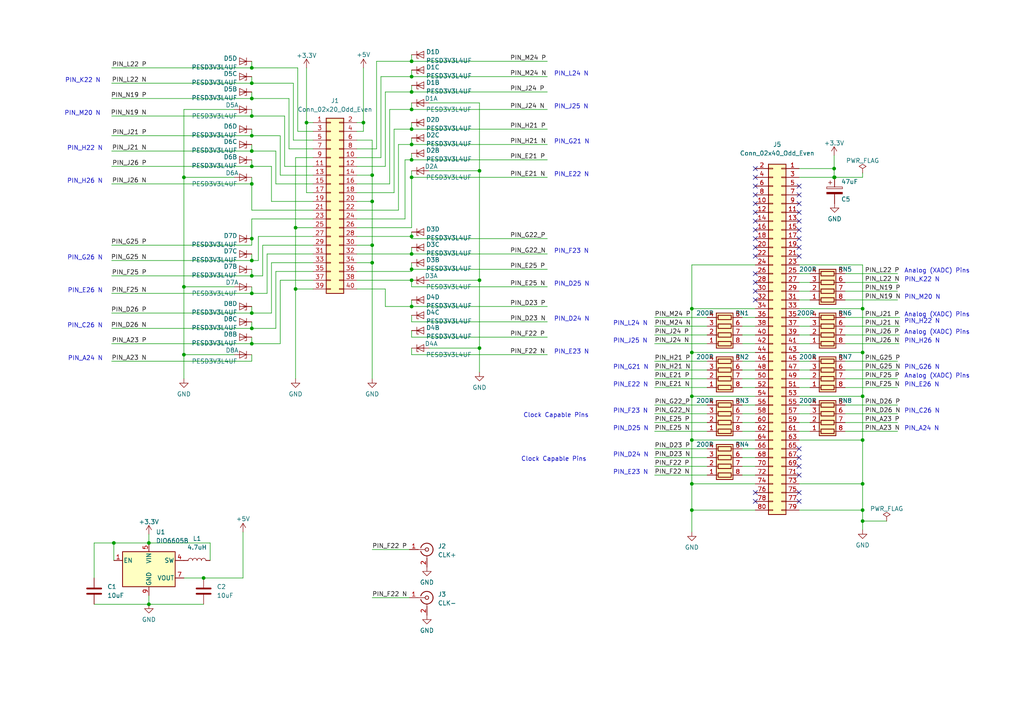
<source format=kicad_sch>
(kicad_sch (version 20211123) (generator eeschema)
  (paper "A4")
  (junction (at 119.38 51.435))
  (junction (at 73.025 69.215))
  (junction (at 73.025 28.575))
  (junction (at 119.38 78.105))
  (junction (at 73.025 39.37))
  (junction (at 73.025 53.34))
  (junction (at 33.02 157.48))
  (junction (at 139.065 100.965))
  (junction (at 59.055 167.64))
  (junction (at 200.66 114.935))
  (junction (at 105.41 35.56))
  (junction (at 241.935 48.895))
  (junction (at 73.025 24.13))
  (junction (at 85.725 66.04))
  (junction (at 107.95 71.12))
  (junction (at 250.19 127.635))
  (junction (at 200.66 102.235))
  (junction (at 53.34 102.87))
  (junction (at 119.38 81.28))
  (junction (at 119.38 46.355))
  (junction (at 119.38 73.66))
  (junction (at 250.19 147.955))
  (junction (at 53.34 51.435))
  (junction (at 53.34 83.185))
  (junction (at 107.95 76.2))
  (junction (at 85.725 83.82))
  (junction (at 73.025 90.805))
  (junction (at 200.66 127.635))
  (junction (at 250.19 89.535))
  (junction (at 119.38 41.91))
  (junction (at 119.38 17.78))
  (junction (at 73.025 95.25))
  (junction (at 73.025 19.685))
  (junction (at 250.19 151.13))
  (junction (at 250.19 102.235))
  (junction (at 200.66 147.955))
  (junction (at 119.38 37.465))
  (junction (at 250.19 140.335))
  (junction (at 242.062 51.435))
  (junction (at 107.95 50.8))
  (junction (at 119.38 26.67))
  (junction (at 88.9 35.56))
  (junction (at 119.38 68.58))
  (junction (at 73.025 75.565))
  (junction (at 73.025 99.695))
  (junction (at 119.38 88.9))
  (junction (at 250.19 114.935))
  (junction (at 73.025 85.09))
  (junction (at 139.065 49.53))
  (junction (at 200.66 89.535))
  (junction (at 139.065 81.28))
  (junction (at 73.025 48.26))
  (junction (at 241.935 51.435))
  (junction (at 73.025 43.815))
  (junction (at 73.025 80.01))
  (junction (at 73.025 33.655))
  (junction (at 119.38 22.225))
  (junction (at 107.95 58.42))
  (junction (at 43.18 175.26))
  (junction (at 43.18 157.48))
  (junction (at 119.38 31.75))
  (junction (at 200.66 140.335))
  (no_connect (at 219.075 79.375))
  (no_connect (at 219.075 81.915))
  (no_connect (at 219.075 84.455))
  (no_connect (at 219.075 86.995))
  (no_connect (at 219.075 142.875))
  (no_connect (at 219.075 145.415))
  (no_connect (at 231.775 64.135))
  (no_connect (at 231.775 66.675))
  (no_connect (at 231.775 74.295))
  (no_connect (at 231.775 71.755))
  (no_connect (at 231.775 69.215))
  (no_connect (at 231.775 142.875))
  (no_connect (at 231.775 145.415))
  (no_connect (at 231.775 137.795))
  (no_connect (at 219.075 59.055))
  (no_connect (at 219.075 51.435))
  (no_connect (at 219.075 48.895))
  (no_connect (at 219.075 61.595))
  (no_connect (at 219.075 53.975))
  (no_connect (at 219.075 56.515))
  (no_connect (at 219.075 66.675))
  (no_connect (at 219.075 64.135))
  (no_connect (at 219.075 71.755))
  (no_connect (at 219.075 69.215))
  (no_connect (at 231.775 135.255))
  (no_connect (at 231.775 132.715))
  (no_connect (at 231.775 130.175))
  (no_connect (at 231.775 61.595))
  (no_connect (at 231.775 53.975))
  (no_connect (at 231.775 59.055))
  (no_connect (at 231.775 56.515))
  (no_connect (at 219.075 74.295))
  (wire (pts (xy 105.41 35.56) (xy 105.41 38.1)))
  (wire (pts (xy 103.505 71.12) (xy 107.95 71.12)))
  (wire (pts (xy 250.19 89.535) (xy 250.19 102.235)))
  (wire (pts (xy 119.38 46.355) (xy 158.75 46.355)))
  (wire (pts (xy 250.19 50.165) (xy 250.19 51.435)))
  (wire (pts (xy 73.025 17.78) (xy 73.025 19.685)))
  (wire (pts (xy 250.19 151.13) (xy 257.175 151.13)))
  (wire (pts (xy 245.11 107.315) (xy 260.35 107.315)))
  (wire (pts (xy 90.805 50.8) (xy 81.28 50.8)))
  (wire (pts (xy 73.025 24.13) (xy 32.385 24.13)))
  (wire (pts (xy 73.025 93.345) (xy 73.025 95.25)))
  (wire (pts (xy 119.38 35.56) (xy 119.38 37.465)))
  (wire (pts (xy 80.01 78.74) (xy 80.01 95.25)))
  (wire (pts (xy 245.11 104.775) (xy 260.35 104.775)))
  (wire (pts (xy 78.74 58.42) (xy 78.74 48.26)))
  (wire (pts (xy 189.865 109.855) (xy 205.105 109.855)))
  (wire (pts (xy 103.505 63.5) (xy 117.475 63.5)))
  (wire (pts (xy 119.38 95.885) (xy 119.38 97.79)))
  (wire (pts (xy 27.305 167.64) (xy 27.305 157.48)))
  (wire (pts (xy 231.775 89.535) (xy 250.19 89.535)))
  (wire (pts (xy 73.025 104.775) (xy 32.385 104.775)))
  (wire (pts (xy 189.865 97.155) (xy 205.105 97.155)))
  (wire (pts (xy 119.38 86.995) (xy 119.38 88.9)))
  (wire (pts (xy 82.55 48.26) (xy 82.55 33.655)))
  (wire (pts (xy 231.775 114.935) (xy 250.19 114.935)))
  (wire (pts (xy 67.945 51.435) (xy 53.34 51.435)))
  (wire (pts (xy 231.775 99.695) (xy 234.95 99.695)))
  (wire (pts (xy 250.19 147.955) (xy 250.19 151.13)))
  (wire (pts (xy 103.505 58.42) (xy 107.95 58.42)))
  (wire (pts (xy 60.96 157.48) (xy 43.18 157.48)))
  (wire (pts (xy 124.46 81.28) (xy 139.065 81.28)))
  (wire (pts (xy 27.305 175.26) (xy 43.18 175.26)))
  (wire (pts (xy 231.775 51.435) (xy 241.935 51.435)))
  (wire (pts (xy 103.505 48.26) (xy 111.76 48.26)))
  (wire (pts (xy 215.265 109.855) (xy 219.075 109.855)))
  (wire (pts (xy 119.38 37.465) (xy 158.75 37.465)))
  (wire (pts (xy 107.95 50.8) (xy 107.95 58.42)))
  (wire (pts (xy 33.02 157.48) (xy 43.18 157.48)))
  (wire (pts (xy 215.265 94.615) (xy 219.075 94.615)))
  (wire (pts (xy 81.28 99.695) (xy 73.025 99.695)))
  (wire (pts (xy 90.805 55.88) (xy 88.9 55.88)))
  (wire (pts (xy 90.805 58.42) (xy 78.74 58.42)))
  (wire (pts (xy 119.38 66.04) (xy 119.38 51.435)))
  (wire (pts (xy 105.41 19.685) (xy 105.41 35.56)))
  (wire (pts (xy 90.805 43.18) (xy 83.82 43.18)))
  (wire (pts (xy 73.025 53.34) (xy 32.385 53.34)))
  (wire (pts (xy 109.22 17.78) (xy 119.38 17.78)))
  (wire (pts (xy 245.11 112.395) (xy 260.35 112.395)))
  (wire (pts (xy 88.9 19.685) (xy 88.9 35.56)))
  (wire (pts (xy 189.865 92.075) (xy 205.105 92.075)))
  (wire (pts (xy 124.46 100.965) (xy 139.065 100.965)))
  (wire (pts (xy 73.025 33.655) (xy 32.385 33.655)))
  (wire (pts (xy 189.865 94.615) (xy 205.105 94.615)))
  (wire (pts (xy 73.025 97.79) (xy 73.025 99.695)))
  (wire (pts (xy 73.025 102.87) (xy 73.025 104.775)))
  (wire (pts (xy 231.775 97.155) (xy 234.95 97.155)))
  (wire (pts (xy 111.76 83.82) (xy 111.76 88.9)))
  (wire (pts (xy 107.95 40.64) (xy 107.95 50.8)))
  (wire (pts (xy 82.55 33.655) (xy 73.025 33.655)))
  (wire (pts (xy 73.025 48.26) (xy 32.385 48.26)))
  (wire (pts (xy 231.775 48.895) (xy 241.935 48.895)))
  (wire (pts (xy 231.775 125.095) (xy 234.95 125.095)))
  (wire (pts (xy 231.775 147.955) (xy 250.19 147.955)))
  (wire (pts (xy 119.38 15.875) (xy 119.38 17.78)))
  (wire (pts (xy 86.36 38.1) (xy 86.36 19.685)))
  (wire (pts (xy 85.725 83.82) (xy 90.805 83.82)))
  (wire (pts (xy 70.485 154.305) (xy 70.485 167.64)))
  (wire (pts (xy 231.775 140.335) (xy 250.19 140.335)))
  (wire (pts (xy 250.19 140.335) (xy 250.19 147.955)))
  (wire (pts (xy 113.03 31.75) (xy 119.38 31.75)))
  (wire (pts (xy 85.09 40.64) (xy 85.09 24.13)))
  (wire (pts (xy 67.945 31.75) (xy 53.34 31.75)))
  (wire (pts (xy 119.38 49.53) (xy 119.38 51.435)))
  (wire (pts (xy 189.865 122.555) (xy 205.105 122.555)))
  (wire (pts (xy 73.025 71.12) (xy 32.385 71.12)))
  (wire (pts (xy 200.66 127.635) (xy 219.075 127.635)))
  (wire (pts (xy 189.865 125.095) (xy 205.105 125.095)))
  (wire (pts (xy 78.74 76.2) (xy 78.74 90.805)))
  (wire (pts (xy 215.265 125.095) (xy 219.075 125.095)))
  (wire (pts (xy 200.66 140.335) (xy 219.075 140.335)))
  (wire (pts (xy 110.49 22.225) (xy 119.38 22.225)))
  (wire (pts (xy 81.28 50.8) (xy 81.28 39.37)))
  (wire (pts (xy 73.025 53.34) (xy 73.025 60.96)))
  (wire (pts (xy 73.025 69.215) (xy 73.025 71.12)))
  (wire (pts (xy 119.38 97.79) (xy 158.75 97.79)))
  (wire (pts (xy 200.66 114.935) (xy 200.66 127.635)))
  (wire (pts (xy 119.38 71.755) (xy 119.38 73.66)))
  (wire (pts (xy 245.11 92.075) (xy 260.985 92.075)))
  (wire (pts (xy 189.865 137.795) (xy 205.105 137.795)))
  (wire (pts (xy 33.02 157.48) (xy 33.02 162.56)))
  (wire (pts (xy 250.19 114.935) (xy 250.19 127.635)))
  (wire (pts (xy 53.34 102.87) (xy 53.34 109.855)))
  (wire (pts (xy 103.505 66.04) (xy 119.38 66.04)))
  (wire (pts (xy 245.11 79.375) (xy 260.35 79.375)))
  (wire (pts (xy 189.865 99.695) (xy 205.105 99.695)))
  (wire (pts (xy 200.66 114.935) (xy 219.075 114.935)))
  (wire (pts (xy 73.025 41.91) (xy 73.025 43.815)))
  (wire (pts (xy 103.505 83.82) (xy 111.76 83.82)))
  (wire (pts (xy 119.38 102.87) (xy 158.75 102.87)))
  (wire (pts (xy 231.775 102.235) (xy 250.19 102.235)))
  (wire (pts (xy 81.28 81.28) (xy 81.28 99.695)))
  (wire (pts (xy 107.95 58.42) (xy 107.95 71.12)))
  (wire (pts (xy 90.805 48.26) (xy 82.55 48.26)))
  (wire (pts (xy 241.935 45.085) (xy 241.935 48.895)))
  (wire (pts (xy 200.66 102.235) (xy 200.66 114.935)))
  (wire (pts (xy 107.95 76.2) (xy 107.95 109.855)))
  (wire (pts (xy 86.36 19.685) (xy 73.025 19.685)))
  (wire (pts (xy 215.265 104.775) (xy 219.075 104.775)))
  (wire (pts (xy 103.505 76.2) (xy 107.95 76.2)))
  (wire (pts (xy 76.2 71.12) (xy 76.2 80.01)))
  (wire (pts (xy 115.57 60.96) (xy 115.57 41.91)))
  (wire (pts (xy 231.775 81.915) (xy 234.95 81.915)))
  (wire (pts (xy 215.265 130.175) (xy 219.075 130.175)))
  (wire (pts (xy 73.025 90.805) (xy 32.385 90.805)))
  (wire (pts (xy 189.865 120.015) (xy 205.105 120.015)))
  (wire (pts (xy 245.11 84.455) (xy 260.35 84.455)))
  (wire (pts (xy 73.025 80.01) (xy 32.385 80.01)))
  (wire (pts (xy 119.38 69.215) (xy 158.75 69.215)))
  (wire (pts (xy 73.025 31.75) (xy 73.025 33.655)))
  (wire (pts (xy 231.775 84.455) (xy 234.95 84.455)))
  (wire (pts (xy 103.505 53.34) (xy 113.03 53.34)))
  (wire (pts (xy 231.775 92.075) (xy 234.95 92.075)))
  (wire (pts (xy 73.025 95.25) (xy 32.385 95.25)))
  (wire (pts (xy 117.475 46.355) (xy 119.38 46.355)))
  (wire (pts (xy 90.805 38.1) (xy 86.36 38.1)))
  (wire (pts (xy 78.74 48.26) (xy 73.025 48.26)))
  (wire (pts (xy 231.775 117.475) (xy 234.95 117.475)))
  (wire (pts (xy 114.3 37.465) (xy 119.38 37.465)))
  (wire (pts (xy 53.34 31.75) (xy 53.34 51.435)))
  (wire (pts (xy 250.19 102.235) (xy 250.19 114.935)))
  (wire (pts (xy 119.38 91.44) (xy 119.38 93.345)))
  (wire (pts (xy 83.82 43.18) (xy 83.82 28.575)))
  (wire (pts (xy 73.025 83.185) (xy 73.025 85.09)))
  (wire (pts (xy 245.11 86.995) (xy 260.35 86.995)))
  (wire (pts (xy 119.38 29.845) (xy 119.38 31.75)))
  (wire (pts (xy 231.775 76.835) (xy 250.19 76.835)))
  (wire (pts (xy 124.46 49.53) (xy 139.065 49.53)))
  (wire (pts (xy 90.805 63.5) (xy 73.025 63.5)))
  (wire (pts (xy 215.265 112.395) (xy 219.075 112.395)))
  (wire (pts (xy 103.505 81.28) (xy 119.38 81.28)))
  (wire (pts (xy 73.025 75.565) (xy 32.385 75.565)))
  (wire (pts (xy 245.11 99.695) (xy 260.7966 99.695)))
  (wire (pts (xy 200.66 147.955) (xy 200.66 154.305)))
  (wire (pts (xy 73.025 73.66) (xy 73.025 75.565)))
  (wire (pts (xy 119.38 78.74) (xy 119.38 78.105)))
  (wire (pts (xy 189.865 130.175) (xy 205.105 130.175)))
  (wire (pts (xy 215.265 92.075) (xy 219.075 92.075)))
  (wire (pts (xy 110.49 45.72) (xy 110.49 22.225)))
  (wire (pts (xy 200.66 76.835) (xy 200.66 89.535)))
  (wire (pts (xy 119.38 51.435) (xy 158.75 51.435)))
  (wire (pts (xy 119.38 40.005) (xy 119.38 41.91)))
  (wire (pts (xy 73.025 37.465) (xy 73.025 39.37)))
  (wire (pts (xy 189.865 104.775) (xy 205.105 104.775)))
  (wire (pts (xy 245.11 94.615) (xy 260.985 94.615)))
  (wire (pts (xy 90.805 60.96) (xy 73.025 60.96)))
  (wire (pts (xy 119.38 81.28) (xy 119.38 83.185)))
  (wire (pts (xy 250.19 151.13) (xy 250.19 153.67)))
  (wire (pts (xy 245.11 109.855) (xy 260.35 109.855)))
  (wire (pts (xy 245.11 122.555) (xy 260.35 122.555)))
  (wire (pts (xy 103.505 50.8) (xy 107.95 50.8)))
  (wire (pts (xy 119.38 100.965) (xy 119.38 102.87)))
  (wire (pts (xy 200.66 140.335) (xy 200.66 147.955)))
  (wire (pts (xy 103.505 38.1) (xy 105.41 38.1)))
  (wire (pts (xy 90.805 71.12) (xy 76.2 71.12)))
  (wire (pts (xy 215.265 117.475) (xy 219.075 117.475)))
  (wire (pts (xy 250.19 127.635) (xy 250.19 140.335)))
  (wire (pts (xy 119.38 73.66) (xy 158.75 73.66)))
  (wire (pts (xy 114.3 55.88) (xy 114.3 37.465)))
  (wire (pts (xy 103.505 60.96) (xy 115.57 60.96)))
  (wire (pts (xy 119.38 78.105) (xy 158.75 78.105)))
  (wire (pts (xy 74.93 68.58) (xy 74.93 75.565)))
  (wire (pts (xy 111.76 26.67) (xy 119.38 26.67)))
  (wire (pts (xy 200.66 147.955) (xy 219.075 147.955)))
  (wire (pts (xy 90.805 35.56) (xy 88.9 35.56)))
  (wire (pts (xy 215.265 122.555) (xy 219.075 122.555)))
  (wire (pts (xy 90.805 73.66) (xy 77.47 73.66)))
  (wire (pts (xy 111.76 88.9) (xy 119.38 88.9)))
  (wire (pts (xy 73.025 85.09) (xy 32.385 85.09)))
  (wire (pts (xy 53.34 51.435) (xy 53.34 83.185)))
  (wire (pts (xy 80.01 43.815) (xy 73.025 43.815)))
  (wire (pts (xy 78.74 90.805) (xy 73.025 90.805)))
  (wire (pts (xy 231.775 86.995) (xy 234.95 86.995)))
  (wire (pts (xy 119.38 68.58) (xy 119.38 69.215)))
  (wire (pts (xy 73.025 26.67) (xy 73.025 28.575)))
  (wire (pts (xy 231.775 94.615) (xy 234.95 94.615)))
  (wire (pts (xy 119.38 76.2) (xy 119.38 78.105)))
  (wire (pts (xy 215.265 99.695) (xy 219.075 99.695)))
  (wire (pts (xy 90.805 45.72) (xy 85.725 45.72)))
  (wire (pts (xy 67.945 83.185) (xy 53.34 83.185)))
  (wire (pts (xy 241.935 51.435) (xy 242.062 51.435)))
  (wire (pts (xy 85.725 45.72) (xy 85.725 66.04)))
  (wire (pts (xy 73.025 19.685) (xy 32.385 19.685)))
  (wire (pts (xy 119.38 93.345) (xy 158.75 93.345)))
  (wire (pts (xy 90.805 76.2) (xy 78.74 76.2)))
  (wire (pts (xy 215.265 97.155) (xy 219.075 97.155)))
  (wire (pts (xy 90.805 78.74) (xy 80.01 78.74)))
  (wire (pts (xy 74.93 75.565) (xy 73.025 75.565)))
  (wire (pts (xy 73.025 22.225) (xy 73.025 24.13)))
  (wire (pts (xy 90.805 40.64) (xy 85.09 40.64)))
  (wire (pts (xy 80.01 95.25) (xy 73.025 95.25)))
  (wire (pts (xy 43.18 175.26) (xy 59.055 175.26)))
  (wire (pts (xy 139.065 49.53) (xy 139.065 81.28)))
  (wire (pts (xy 119.38 24.765) (xy 119.38 26.67)))
  (wire (pts (xy 103.505 40.64) (xy 107.95 40.64)))
  (wire (pts (xy 119.38 22.225) (xy 158.75 22.225)))
  (wire (pts (xy 73.025 51.435) (xy 73.025 53.34)))
  (wire (pts (xy 215.265 135.255) (xy 219.075 135.255)))
  (wire (pts (xy 81.28 39.37) (xy 73.025 39.37)))
  (wire (pts (xy 77.47 85.09) (xy 73.025 85.09)))
  (wire (pts (xy 245.11 120.015) (xy 260.35 120.015)))
  (wire (pts (xy 200.66 102.235) (xy 219.075 102.235)))
  (wire (pts (xy 231.775 104.775) (xy 234.95 104.775)))
  (wire (pts (xy 231.775 109.855) (xy 234.95 109.855)))
  (wire (pts (xy 119.38 83.185) (xy 158.75 83.185)))
  (wire (pts (xy 189.865 135.255) (xy 205.105 135.255)))
  (wire (pts (xy 103.505 43.18) (xy 109.22 43.18)))
  (wire (pts (xy 215.265 132.715) (xy 219.075 132.715)))
  (wire (pts (xy 107.95 71.12) (xy 107.95 76.2)))
  (wire (pts (xy 189.865 117.475) (xy 205.105 117.475)))
  (wire (pts (xy 200.66 89.535) (xy 200.66 102.235)))
  (wire (pts (xy 85.09 24.13) (xy 73.025 24.13)))
  (wire (pts (xy 60.96 162.56) (xy 60.96 157.48)))
  (wire (pts (xy 73.025 39.37) (xy 32.385 39.37)))
  (wire (pts (xy 76.2 80.01) (xy 73.025 80.01)))
  (wire (pts (xy 90.805 81.28) (xy 81.28 81.28)))
  (wire (pts (xy 73.025 28.575) (xy 32.385 28.575)))
  (wire (pts (xy 109.22 43.18) (xy 109.22 17.78)))
  (wire (pts (xy 80.01 53.34) (xy 80.01 43.815)))
  (wire (pts (xy 90.805 68.58) (xy 74.93 68.58)))
  (wire (pts (xy 85.725 83.82) (xy 85.725 109.855)))
  (wire (pts (xy 103.505 78.74) (xy 119.38 78.74)))
  (wire (pts (xy 103.505 45.72) (xy 110.49 45.72)))
  (wire (pts (xy 85.725 66.04) (xy 85.725 83.82)))
  (wire (pts (xy 73.025 88.9) (xy 73.025 90.805)))
  (wire (pts (xy 200.66 76.835) (xy 219.075 76.835)))
  (wire (pts (xy 43.18 172.72) (xy 43.18 175.26)))
  (wire (pts (xy 119.38 41.91) (xy 158.75 41.91)))
  (wire (pts (xy 90.805 53.34) (xy 80.01 53.34)))
  (wire (pts (xy 103.505 35.56) (xy 105.41 35.56)))
  (wire (pts (xy 200.66 127.635) (xy 200.66 140.335)))
  (wire (pts (xy 103.505 55.88) (xy 114.3 55.88)))
  (wire (pts (xy 242.062 51.435) (xy 250.19 51.435)))
  (wire (pts (xy 73.025 46.355) (xy 73.025 48.26)))
  (wire (pts (xy 139.065 81.28) (xy 139.065 100.965)))
  (wire (pts (xy 103.505 73.66) (xy 119.38 73.66)))
  (wire (pts (xy 200.66 89.535) (xy 219.075 89.535)))
  (wire (pts (xy 73.025 43.815) (xy 32.385 43.815)))
  (wire (pts (xy 245.11 117.475) (xy 260.35 117.475)))
  (wire (pts (xy 119.38 88.9) (xy 158.75 88.9)))
  (wire (pts (xy 231.775 107.315) (xy 234.95 107.315)))
  (wire (pts (xy 115.57 41.91) (xy 119.38 41.91)))
  (wire (pts (xy 103.505 68.58) (xy 119.38 68.58)))
  (wire (pts (xy 119.38 17.78) (xy 158.75 17.78)))
  (wire (pts (xy 231.775 79.375) (xy 234.95 79.375)))
  (wire (pts (xy 59.055 167.64) (xy 70.485 167.64)))
  (wire (pts (xy 67.945 102.87) (xy 53.34 102.87)))
  (wire (pts (xy 111.76 48.26) (xy 111.76 26.67)))
  (wire (pts (xy 231.775 127.635) (xy 250.19 127.635)))
  (wire (pts (xy 215.265 137.795) (xy 219.075 137.795)))
  (wire (pts (xy 231.775 112.395) (xy 234.95 112.395)))
  (wire (pts (xy 231.775 122.555) (xy 234.95 122.555)))
  (wire (pts (xy 73.025 63.5) (xy 73.025 69.215)))
  (wire (pts (xy 215.265 107.315) (xy 219.075 107.315)))
  (wire (pts (xy 245.11 97.155) (xy 260.9098 97.155)))
  (wire (pts (xy 43.18 154.94) (xy 43.18 157.48)))
  (wire (pts (xy 119.38 44.45) (xy 119.38 46.355)))
  (wire (pts (xy 53.34 167.64) (xy 59.055 167.64)))
  (wire (pts (xy 189.865 112.395) (xy 205.105 112.395)))
  (wire (pts (xy 189.865 132.715) (xy 205.105 132.715)))
  (wire (pts (xy 77.47 73.66) (xy 77.47 85.09)))
  (wire (pts (xy 73.025 99.695) (xy 32.385 99.695)))
  (wire (pts (xy 53.34 83.185) (xy 53.34 102.87)))
  (wire (pts (xy 117.475 63.5) (xy 117.475 46.355)))
  (wire (pts (xy 241.935 48.895) (xy 241.935 51.435)))
  (wire (pts (xy 189.865 107.315) (xy 205.105 107.315)))
  (wire (pts (xy 27.305 157.48) (xy 33.02 157.48)))
  (wire (pts (xy 124.46 29.845) (xy 139.065 29.845)))
  (wire (pts (xy 119.38 31.75) (xy 158.75 31.75)))
  (wire (pts (xy 107.95 173.355) (xy 118.745 173.355)))
  (wire (pts (xy 119.38 20.32) (xy 119.38 22.225)))
  (wire (pts (xy 107.95 159.385) (xy 118.745 159.385)))
  (wire (pts (xy 139.065 100.965) (xy 139.065 107.95)))
  (wire (pts (xy 250.19 76.835) (xy 250.19 89.535)))
  (wire (pts (xy 113.03 53.34) (xy 113.03 31.75)))
  (wire (pts (xy 245.11 125.095) (xy 260.35 125.095)))
  (wire (pts (xy 119.38 67.31) (xy 119.38 68.58)))
  (wire (pts (xy 245.11 81.915) (xy 260.35 81.915)))
  (wire (pts (xy 215.265 120.015) (xy 219.075 120.015)))
  (wire (pts (xy 119.38 26.67) (xy 158.75 26.67)))
  (wire (pts (xy 83.82 28.575) (xy 73.025 28.575)))
  (wire (pts (xy 231.775 120.015) (xy 234.95 120.015)))
  (wire (pts (xy 139.065 29.845) (xy 139.065 49.53)))
  (wire (pts (xy 85.725 66.04) (xy 90.805 66.04)))
  (wire (pts (xy 73.025 78.105) (xy 73.025 80.01)))
  (wire (pts (xy 88.9 35.56) (xy 88.9 55.88)))
  (text "Analog (XADC) Pins" (at 262.255 79.375 0) (effects (font (size 1.27 1.27)) (justify left bottom)))
  (text "PIN_H26 N" (at 29.845 53.34 180) (effects (font (size 1.27 1.27)) (justify right bottom)))
  (text "PIN_D25 N" (at 177.8 125.095 0) (effects (font (size 1.27 1.27)) (justify left bottom)))
  (text "PIN_H22 N" (at 29.845 43.815 180) (effects (font (size 1.27 1.27)) (justify right bottom)))
  (text "Analog (XADC) Pins" (at 262.255 109.855 0) (effects (font (size 1.27 1.27)) (justify left bottom)))
  (text "Analog (XADC) Pins" (at 262.255 92.075 0) (effects (font (size 1.27 1.27)) (justify left bottom)))
  (text "Analog (XADC) Pins" (at 262.255 97.155 0) (effects (font (size 1.27 1.27)) (justify left bottom)))
  (text "PIN_G21 N" (at 160.655 41.91 0) (effects (font (size 1.27 1.27)) (justify left bottom)))
  (text "PIN_D24 N" (at 160.655 93.345 0) (effects (font (size 1.27 1.27)) (justify left bottom)))
  (text "PIN_D24 N" (at 177.8 132.715 0) (effects (font (size 1.27 1.27)) (justify left bottom)))
  (text "PIN_E23 N" (at 177.8 137.795 0) (effects (font (size 1.27 1.27)) (justify left bottom)))
  (text "PIN_F23 N" (at 160.655 73.66 0) (effects (font (size 1.27 1.27)) (justify left bottom)))
  (text "PIN_M20 N" (at 262.255 86.995 0) (effects (font (size 1.27 1.27)) (justify left bottom)))
  (text "PIN_L24 N" (at 160.655 22.225 0) (effects (font (size 1.27 1.27)) (justify left bottom)))
  (text "PIN_G21 N" (at 177.8 107.315 0) (effects (font (size 1.27 1.27)) (justify left bottom)))
  (text "Clock Capable Pins" (at 151.13 133.985 0) (effects (font (size 1.27 1.27)) (justify left bottom)))
  (text "PIN_H26 N" (at 262.255 99.695 0) (effects (font (size 1.27 1.27)) (justify left bottom)))
  (text "PIN_A24 N" (at 262.255 125.095 0) (effects (font (size 1.27 1.27)) (justify left bottom)))
  (text "PIN_L24 N" (at 177.8 94.615 0) (effects (font (size 1.27 1.27)) (justify left bottom)))
  (text "PIN_C26 N" (at 29.845 95.25 180) (effects (font (size 1.27 1.27)) (justify right bottom)))
  (text "PIN_D25 N" (at 160.655 83.185 0) (effects (font (size 1.27 1.27)) (justify left bottom)))
  (text "PIN_J25 N" (at 177.8 99.695 0) (effects (font (size 1.27 1.27)) (justify left bottom)))
  (text "Clock Capable Pins" (at 151.765 121.285 0) (effects (font (size 1.27 1.27)) (justify left bottom)))
  (text "PIN_E26 N" (at 262.255 112.395 0) (effects (font (size 1.27 1.27)) (justify left bottom)))
  (text "PIN_K22 N" (at 262.255 81.915 0) (effects (font (size 1.27 1.27)) (justify left bottom)))
  (text "PIN_C26 N" (at 262.255 120.015 0) (effects (font (size 1.27 1.27)) (justify left bottom)))
  (text "PIN_E22 N" (at 177.8 112.395 0) (effects (font (size 1.27 1.27)) (justify left bottom)))
  (text "PIN_A24 N" (at 29.845 104.775 180) (effects (font (size 1.27 1.27)) (justify right bottom)))
  (text "PIN_E22 N" (at 160.655 51.435 0) (effects (font (size 1.27 1.27)) (justify left bottom)))
  (text "PIN_M20 N" (at 29.21 33.655 180) (effects (font (size 1.27 1.27)) (justify right bottom)))
  (text "PIN_G26 N" (at 29.845 75.565 180) (effects (font (size 1.27 1.27)) (justify right bottom)))
  (text "PIN_E26 N" (at 29.845 85.09 180) (effects (font (size 1.27 1.27)) (justify right bottom)))
  (text "PIN_H22 N" (at 262.255 93.98 0) (effects (font (size 1.27 1.27)) (justify left bottom)))
  (text "PIN_G26 N" (at 262.255 107.315 0) (effects (font (size 1.27 1.27)) (justify left bottom)))
  (text "PIN_J25 N" (at 160.655 31.75 0) (effects (font (size 1.27 1.27)) (justify left bottom)))
  (text "PIN_K22 N" (at 29.21 24.13 180) (effects (font (size 1.27 1.27)) (justify right bottom)))
  (text "PIN_F23 N" (at 177.8 120.015 0) (effects (font (size 1.27 1.27)) (justify left bottom)))
  (text "PIN_E23 N" (at 160.655 102.87 0) (effects (font (size 1.27 1.27)) (justify left bottom)))
  (label "PIN_D26 P" (at 42.545 90.805 180))
  (label "PIN_N19 N" (at 250.825 86.995 0))
  (label "PIN_F22 P" (at 147.955 97.79 0))
  (label "PIN_A23 P" (at 250.825 122.555 0))
  (label "PIN_G25 P" (at 250.825 104.775 0))
  (label "PIN_J26 P" (at 42.545 48.26 180))
  (label "PIN_J24 P" (at 147.955 26.67 0))
  (label "PIN_E25 N" (at 147.955 83.185 0))
  (label "PIN_E25 P" (at 147.955 78.105 0))
  (label "PIN_E25 N" (at 189.865 125.095 0))
  (label "PIN_D23 P" (at 147.955 88.9 0))
  (label "PIN_J24 N" (at 189.865 99.695 0))
  (label "PIN_F25 P" (at 42.545 80.01 180))
  (label "PIN_H21 P" (at 189.865 104.775 0))
  (label "PIN_N19 P" (at 250.825 84.455 0))
  (label "PIN_J21 N" (at 42.545 43.815 180))
  (label "PIN_A23 P" (at 42.545 99.695 180))
  (label "PIN_L22 N" (at 42.545 24.13 180))
  (label "PIN_F22 N" (at 147.955 102.87 0))
  (label "PIN_J26 N" (at 42.545 53.34 180))
  (label "PIN_F22 P" (at 189.865 135.255 0))
  (label "PIN_G22_P" (at 147.955 69.215 0))
  (label "PIN_G25 N" (at 42.545 75.565 180))
  (label "PIN_E21 P" (at 147.955 46.355 0))
  (label "PIN_H21 N" (at 147.955 41.91 0))
  (label "PIN_J21 N" (at 250.825 94.615 0))
  (label "PIN_F25 P" (at 250.825 109.855 0))
  (label "PIN_L22 P" (at 42.545 19.685 180))
  (label "PIN_G22_N" (at 147.955 73.66 0))
  (label "PIN_H21 N" (at 189.865 107.315 0))
  (label "PIN_M24 N" (at 147.955 22.225 0))
  (label "PIN_D23 N" (at 189.865 132.715 0))
  (label "PIN_N19 P" (at 42.545 28.575 180))
  (label "PIN_G22_N" (at 189.865 120.015 0))
  (label "PIN_J26 N" (at 250.825 99.695 0))
  (label "PIN_D26 N" (at 250.825 120.015 0))
  (label "PIN_D26 P" (at 250.825 117.475 0))
  (label "PIN_D23 P" (at 189.865 130.175 0))
  (label "PIN_D23 N" (at 147.955 93.345 0))
  (label "PIN_F22 N" (at 189.865 137.795 0))
  (label "PIN_A23 N" (at 250.825 125.095 0))
  (label "PIN_F25 N" (at 250.825 112.395 0))
  (label "PIN_E25 P" (at 189.865 122.555 0))
  (label "PIN_H21 P" (at 147.955 37.465 0))
  (label "PIN_J21 P" (at 42.545 39.37 180))
  (label "PIN_D26 N" (at 42.545 95.25 180))
  (label "PIN_F22 P" (at 107.95 159.385 0))
  (label "PIN_E21 N" (at 189.865 112.395 0))
  (label "PIN_J24 N" (at 147.955 31.75 0))
  (label "PIN_L22 N" (at 250.825 81.915 0))
  (label "PIN_E21 N" (at 147.955 51.435 0))
  (label "PIN_M24 N" (at 189.865 94.615 0))
  (label "PIN_M24 P" (at 189.865 92.075 0))
  (label "PIN_J26 P" (at 250.825 97.155 0))
  (label "PIN_F25 N" (at 42.545 85.09 180))
  (label "PIN_A23 N" (at 42.545 104.775 180))
  (label "PIN_F22 N" (at 107.95 173.355 0))
  (label "PIN_E21 P" (at 189.865 109.855 0))
  (label "PIN_J24 P" (at 189.865 97.155 0))
  (label "PIN_G25 N" (at 250.825 107.315 0))
  (label "PIN_L22 P" (at 250.825 79.375 0))
  (label "PIN_G22_P" (at 189.865 117.475 0))
  (label "PIN_J21 P" (at 250.825 92.075 0))
  (label "PIN_N19 N" (at 42.545 33.655 180))
  (label "PIN_G25 P" (at 42.545 71.12 180))
  (label "PIN_M24 P" (at 147.955 17.78 0))
  (symbol (lib_id "power:GND") (at 200.66 154.305 0) (unit 1)
    (property "Reference" "#PWR02" (effects hide))
    (property "Value" "GND" (at 200.66 158.7484 0))
  )
  (symbol (lib_id "Power_Protection:PESD3V3L4UF") (at 121.92 35.56 0) (unit 4)
    (property "Reference" "D2" (at 123.571 34.7253 0) (effects (justify left)))
    (property "Value" "PESD3V3L4UF" (at 123.571 37.2622 0) (effects (justify left)))
    (property "Footprint" "fpga-adapter:SOT1176" (effects hide))
    (property "Datasheet" "https://assets.nexperia.com/documents/data-sheet/PESDXL4UF_G_W.pdf" (effects hide))
  )
  (symbol (lib_id "Power_Protection:PESD3V3L4UF") (at 70.485 51.435 0) (mirror y) (unit 1)
    (property "Reference" "D6" (at 67.31 50.165 0))
    (property "Value" "PESD3V3L4UF" (at 62.23 53.34 0))
    (property "Footprint" "fpga-adapter:SOT1176" (effects hide))
    (property "Datasheet" "https://assets.nexperia.com/documents/data-sheet/PESDXL4UF_G_W.pdf" (effects hide))
  )
  (symbol (lib_id "Power_Protection:PESD3V3L4UF") (at 121.92 29.845 0) (unit 1)
    (property "Reference" "D1" (at 125.095 28.575 0))
    (property "Value" "PESD3V3L4UF" (at 130.175 31.75 0))
    (property "Footprint" "fpga-adapter:SOT1176" (effects hide))
    (property "Datasheet" "https://assets.nexperia.com/documents/data-sheet/PESDXL4UF_G_W.pdf" (effects hide))
  )
  (symbol (lib_id "power:+3.3V") (at 241.935 45.085 0) (unit 1)
    (property "Reference" "#PWR03" (effects hide))
    (property "Value" "+3.3V" (at 241.935 41.5092 0))
  )
  (symbol (lib_id "Power_Protection:PESD3V3L4UF") (at 70.485 17.78 0) (mirror y) (unit 4)
    (property "Reference" "D5" (at 68.834 16.9453 0) (effects (justify left)))
    (property "Value" "PESD3V3L4UF" (at 68.834 19.4822 0) (effects (justify left)))
    (property "Footprint" "fpga-adapter:SOT1176" (effects hide))
    (property "Datasheet" "https://assets.nexperia.com/documents/data-sheet/PESDXL4UF_G_W.pdf" (effects hide))
  )
  (symbol (lib_id "Power_Protection:PESD3V3L4UF") (at 121.92 20.32 0) (unit 3)
    (property "Reference" "D1" (at 123.571 19.4853 0) (effects (justify left)))
    (property "Value" "PESD3V3L4UF" (at 123.571 22.0222 0) (effects (justify left)))
    (property "Footprint" "fpga-adapter:SOT1176" (effects hide))
    (property "Datasheet" "https://assets.nexperia.com/documents/data-sheet/PESDXL4UF_G_W.pdf" (effects hide))
  )
  (symbol (lib_id "Power_Protection:PESD3V3L4UF") (at 70.485 73.66 0) (mirror y) (unit 3)
    (property "Reference" "D7" (at 68.834 72.8253 0) (effects (justify left)))
    (property "Value" "PESD3V3L4UF" (at 68.834 75.3622 0) (effects (justify left)))
    (property "Footprint" "fpga-adapter:SOT1176" (effects hide))
    (property "Datasheet" "https://assets.nexperia.com/documents/data-sheet/PESDXL4UF_G_W.pdf" (effects hide))
  )
  (symbol (lib_id "Power_Protection:PESD3V3L4UF") (at 70.485 93.345 0) (mirror y) (unit 3)
    (property "Reference" "D8" (at 68.834 92.5103 0) (effects (justify left)))
    (property "Value" "PESD3V3L4UF" (at 68.834 95.0472 0) (effects (justify left)))
    (property "Footprint" "fpga-adapter:SOT1176" (effects hide))
    (property "Datasheet" "https://assets.nexperia.com/documents/data-sheet/PESDXL4UF_G_W.pdf" (effects hide))
  )
  (symbol (lib_id "Device:R_Pack04") (at 210.185 107.315 270) (mirror x) (unit 1)
    (property "Reference" "RN2" (at 215.265 103.505 90))
    (property "Value" "200R" (at 204.47 103.505 90))
    (property "Footprint" "Resistor_SMD:R_Array_Convex_4x0402" (effects hide))
  )
  (symbol (lib_id "Power_Protection:PESD3V3L4UF") (at 121.92 86.995 0) (unit 4)
    (property "Reference" "D4" (at 123.571 86.1603 0) (effects (justify left)))
    (property "Value" "PESD3V3L4UF" (at 123.571 88.6972 0) (effects (justify left)))
    (property "Footprint" "fpga-adapter:SOT1176" (effects hide))
    (property "Datasheet" "https://assets.nexperia.com/documents/data-sheet/PESDXL4UF_G_W.pdf" (effects hide))
  )
  (symbol (lib_id "Device:R_Pack04") (at 210.185 94.615 270) (mirror x) (unit 1)
    (property "Reference" "RN1" (at 215.265 90.805 90))
    (property "Value" "200R" (at 204.47 90.805 90))
    (property "Footprint" "Resistor_SMD:R_Array_Convex_4x0402" (effects hide))
  )
  (symbol (lib_id "Power_Protection:PESD3V3L4UF") (at 121.92 91.44 0) (unit 3)
    (property "Reference" "D4" (at 123.571 90.6053 0) (effects (justify left)))
    (property "Value" "PESD3V3L4UF" (at 123.571 93.1422 0) (effects (justify left)))
    (property "Footprint" "fpga-adapter:SOT1176" (effects hide))
    (property "Datasheet" "https://assets.nexperia.com/documents/data-sheet/PESDXL4UF_G_W.pdf" (effects hide))
  )
  (symbol (lib_id "Power_Protection:PESD3V3L4UF") (at 121.92 24.765 0) (unit 2)
    (property "Reference" "D1" (at 123.571 23.9303 0) (effects (justify left)))
    (property "Value" "PESD3V3L4UF" (at 123.571 26.4672 0) (effects (justify left)))
    (property "Footprint" "fpga-adapter:SOT1176" (effects hide))
    (property "Datasheet" "https://assets.nexperia.com/documents/data-sheet/PESDXL4UF_G_W.pdf" (effects hide))
  )
  (symbol (lib_id "Device:R_Pack04") (at 210.185 120.015 270) (mirror x) (unit 1)
    (property "Reference" "RN3" (at 215.265 116.205 90))
    (property "Value" "200R" (at 204.47 116.205 90))
    (property "Footprint" "Resistor_SMD:R_Array_Convex_4x0402" (effects hide))
  )
  (symbol (lib_id "Device:L") (at 57.15 162.56 90) (unit 1)
    (property "Reference" "L1" (at 57.15 156.21 90))
    (property "Value" "4.7uH" (at 57.15 158.75 90))
    (property "Footprint" "Inductor_SMD:L_Taiyo-Yuden_NR-30xx" (effects hide))
    (property "Datasheet" "https://www.mouser.com/datasheet/2/396/wound04_e-1290968.pdf" (effects hide))
  )
  (symbol (lib_id "Power_Protection:PESD3V3L4UF") (at 121.92 15.875 0) (unit 4)
    (property "Reference" "D1" (at 123.571 15.0403 0) (effects (justify left)))
    (property "Value" "PESD3V3L4UF" (at 123.571 17.5772 0) (effects (justify left)))
    (property "Footprint" "fpga-adapter:SOT1176" (effects hide))
    (property "Datasheet" "https://assets.nexperia.com/documents/data-sheet/PESDXL4UF_G_W.pdf" (effects hide))
  )
  (symbol (lib_id "Device:R_Pack04") (at 210.185 132.715 270) (mirror x) (unit 1)
    (property "Reference" "RN4" (at 215.265 128.905 90))
    (property "Value" "200R" (at 204.47 128.905 90))
    (property "Footprint" "Resistor_SMD:R_Array_Convex_4x0402" (effects hide))
  )
  (symbol (lib_id "Power_Protection:PESD3V3L4UF") (at 70.485 97.79 0) (mirror y) (unit 2)
    (property "Reference" "D8" (at 68.834 96.9553 0) (effects (justify left)))
    (property "Value" "PESD3V3L4UF" (at 68.834 99.4922 0) (effects (justify left)))
    (property "Footprint" "fpga-adapter:SOT1176" (effects hide))
    (property "Datasheet" "https://assets.nexperia.com/documents/data-sheet/PESDXL4UF_G_W.pdf" (effects hide))
  )
  (symbol (lib_id "power:+5V") (at 105.41 19.685 0) (unit 1)
    (property "Reference" "#PWR09" (effects hide))
    (property "Value" "+5V" (at 105.41 15.875 0))
  )
  (symbol (lib_id "Connector:Conn_Coaxial") (at 123.825 159.385 0) (unit 1)
    (property "Reference" "J2" (at 127 158.4081 0) (effects (justify left)))
    (property "Value" "CLK+" (at 127 160.9481 0) (effects (justify left)))
    (property "Footprint" "Connector_Coaxial:SMA_Amphenol_132134-16_Vertical" (effects hide))
    (property "Datasheet" " ~" (effects hide))
  )
  (symbol (lib_id "Power_Protection:PESD3V3L4UF") (at 121.92 67.31 0) (unit 4)
    (property "Reference" "D3" (at 123.571 66.4753 0) (effects (justify left)))
    (property "Value" "PESD3V3L4UF" (at 123.571 69.0122 0) (effects (justify left)))
    (property "Footprint" "fpga-adapter:SOT1176" (effects hide))
    (property "Datasheet" "https://assets.nexperia.com/documents/data-sheet/PESDXL4UF_G_W.pdf" (effects hide))
  )
  (symbol (lib_id "Power_Protection:PESD3V3L4UF") (at 70.485 69.215 0) (mirror y) (unit 4)
    (property "Reference" "D7" (at 68.834 68.3803 0) (effects (justify left)))
    (property "Value" "PESD3V3L4UF" (at 68.834 70.9172 0) (effects (justify left)))
    (property "Footprint" "fpga-adapter:SOT1176" (effects hide))
    (property "Datasheet" "https://assets.nexperia.com/documents/data-sheet/PESDXL4UF_G_W.pdf" (effects hide))
  )
  (symbol (lib_id "Device:C") (at 59.055 171.45 0) (unit 1)
    (property "Reference" "C2" (at 62.865 170.1799 0) (effects (justify left)))
    (property "Value" "10uF" (at 62.865 172.7199 0) (effects (justify left)))
    (property "Footprint" "Capacitor_SMD:C_1206_3216Metric" (effects hide))
  )
  (symbol (lib_id "Power_Protection:PESD3V3L4UF") (at 70.485 83.185 0) (mirror y) (unit 1)
    (property "Reference" "D7" (at 67.31 81.915 0))
    (property "Value" "PESD3V3L4UF" (at 62.23 85.09 0))
    (property "Footprint" "fpga-adapter:SOT1176" (effects hide))
    (property "Datasheet" "https://assets.nexperia.com/documents/data-sheet/PESDXL4UF_G_W.pdf" (effects hide))
  )
  (symbol (lib_id "Power_Protection:PESD3V3L4UF") (at 121.92 76.2 0) (unit 2)
    (property "Reference" "D3" (at 123.571 75.3653 0) (effects (justify left)))
    (property "Value" "PESD3V3L4UF" (at 123.571 77.9022 0) (effects (justify left)))
    (property "Footprint" "fpga-adapter:SOT1176" (effects hide))
    (property "Datasheet" "https://assets.nexperia.com/documents/data-sheet/PESDXL4UF_G_W.pdf" (effects hide))
  )
  (symbol (lib_id "Device:R_Pack04") (at 240.03 120.015 270) (mirror x) (unit 1)
    (property "Reference" "RN8" (at 245.11 116.205 90))
    (property "Value" "200R" (at 234.315 116.205 90))
    (property "Footprint" "Resistor_SMD:R_Array_Convex_4x0402" (effects hide))
  )
  (symbol (lib_id "Device:R_Pack04") (at 240.03 81.915 270) (mirror x) (unit 1)
    (property "Reference" "RN5" (at 245.11 78.105 90))
    (property "Value" "200R" (at 234.315 78.105 90))
    (property "Footprint" "Resistor_SMD:R_Array_Convex_4x0402" (effects hide))
  )
  (symbol (lib_id "power:PWR_FLAG") (at 250.19 50.165 0) (unit 1)
    (property "Reference" "#FLG0101" (effects hide))
    (property "Value" "PWR_FLAG" (at 250.19 46.5892 0))
  )
  (symbol (lib_id "Connector_Generic:Conn_02x20_Odd_Even") (at 95.885 58.42 0) (unit 1)
    (property "Reference" "J1" (at 97.155 29.21 0))
    (property "Value" "Conn_02x20_Odd_Even" (at 97.155 31.75 0))
    (property "Footprint" "Connector_PinHeader_2.54mm:PinHeader_2x20_P2.54mm_Vertical" (effects hide))
  )
  (symbol (lib_id "Connector_Generic:Conn_02x40_Odd_Even") (at 226.695 97.155 0) (mirror y) (unit 1)
    (property "Reference" "J5" (at 225.425 41.91 0))
    (property "Value" "Conn_02x40_Odd_Even" (at 225.425 44.45 0))
    (property "Footprint" "fpga-adapter:TE_5-5179180-3" (effects hide))
  )
  (symbol (lib_id "Power_Protection:PESD3V3L4UF") (at 70.485 102.87 0) (mirror y) (unit 1)
    (property "Reference" "D8" (at 67.31 101.6 0))
    (property "Value" "PESD3V3L4UF" (at 62.23 104.775 0))
    (property "Footprint" "fpga-adapter:SOT1176" (effects hide))
    (property "Datasheet" "https://assets.nexperia.com/documents/data-sheet/PESDXL4UF_G_W.pdf" (effects hide))
  )
  (symbol (lib_id "power:GND") (at 250.19 153.67 0) (unit 1)
    (property "Reference" "#PWR04" (effects hide))
    (property "Value" "GND" (at 250.19 158.1134 0))
  )
  (symbol (lib_id "Power_Protection:PESD3V3L4UF") (at 121.92 95.885 0) (unit 2)
    (property "Reference" "D4" (at 123.571 95.0503 0) (effects (justify left)))
    (property "Value" "PESD3V3L4UF" (at 123.571 97.5872 0) (effects (justify left)))
    (property "Footprint" "fpga-adapter:SOT1176" (effects hide))
    (property "Datasheet" "https://assets.nexperia.com/documents/data-sheet/PESDXL4UF_G_W.pdf" (effects hide))
  )
  (symbol (lib_id "Power_Protection:PESD3V3L4UF") (at 121.92 44.45 0) (unit 2)
    (property "Reference" "D2" (at 123.571 43.6153 0) (effects (justify left)))
    (property "Value" "PESD3V3L4UF" (at 123.571 46.1522 0) (effects (justify left)))
    (property "Footprint" "fpga-adapter:SOT1176" (effects hide))
    (property "Datasheet" "https://assets.nexperia.com/documents/data-sheet/PESDXL4UF_G_W.pdf" (effects hide))
  )
  (symbol (lib_id "Connector:Conn_Coaxial") (at 123.825 173.355 0) (unit 1)
    (property "Reference" "J3" (at 127 172.3781 0) (effects (justify left)))
    (property "Value" "CLK-" (at 127 174.9181 0) (effects (justify left)))
    (property "Footprint" "Connector_Coaxial:SMA_Amphenol_132134-16_Vertical" (effects hide))
    (property "Datasheet" " ~" (effects hide))
  )
  (symbol (lib_id "Power_Protection:PESD3V3L4UF") (at 70.485 22.225 0) (mirror y) (unit 3)
    (property "Reference" "D5" (at 68.834 21.3903 0) (effects (justify left)))
    (property "Value" "PESD3V3L4UF" (at 68.834 23.9272 0) (effects (justify left)))
    (property "Footprint" "fpga-adapter:SOT1176" (effects hide))
    (property "Datasheet" "https://assets.nexperia.com/documents/data-sheet/PESDXL4UF_G_W.pdf" (effects hide))
  )
  (symbol (lib_id "power:GND") (at 43.18 175.26 0) (mirror y) (unit 1)
    (property "Reference" "#PWR08" (effects hide))
    (property "Value" "GND" (at 43.18 179.7034 0))
  )
  (symbol (lib_id "Power_Protection:PESD3V3L4UF") (at 121.92 71.755 0) (unit 3)
    (property "Reference" "D3" (at 123.571 70.9203 0) (effects (justify left)))
    (property "Value" "PESD3V3L4UF" (at 123.571 73.4572 0) (effects (justify left)))
    (property "Footprint" "fpga-adapter:SOT1176" (effects hide))
    (property "Datasheet" "https://assets.nexperia.com/documents/data-sheet/PESDXL4UF_G_W.pdf" (effects hide))
  )
  (symbol (lib_id "power:PWR_FLAG") (at 257.175 151.13 0) (unit 1)
    (property "Reference" "#FLG01" (effects hide))
    (property "Value" "PWR_FLAG" (at 257.175 147.5542 0))
  )
  (symbol (lib_id "Device:R_Pack04") (at 240.03 94.615 270) (mirror x) (unit 1)
    (property "Reference" "RN6" (at 245.11 90.805 90))
    (property "Value" "200R" (at 233.6498 90.8002 90))
    (property "Footprint" "Resistor_SMD:R_Array_Convex_4x0402" (effects hide))
  )
  (symbol (lib_id "Device:C_Polarized") (at 242.062 55.245 0) (unit 1)
    (property "Reference" "C5" (at 243.967 57.785 0) (effects (justify left)))
    (property "Value" "47uF" (at 243.967 52.705 0) (effects (justify left)))
    (property "Footprint" "Capacitor_SMD:CP_Elec_5x5.4" (effects hide))
  )
  (symbol (lib_id "Power_Protection:PESD3V3L4UF") (at 70.485 37.465 0) (mirror y) (unit 4)
    (property "Reference" "D6" (at 68.834 36.6303 0) (effects (justify left)))
    (property "Value" "PESD3V3L4UF" (at 68.834 39.1672 0) (effects (justify left)))
    (property "Footprint" "fpga-adapter:SOT1176" (effects hide))
    (property "Datasheet" "https://assets.nexperia.com/documents/data-sheet/PESDXL4UF_G_W.pdf" (effects hide))
  )
  (symbol (lib_id "rpi-adapter:DIO6605B") (at 43.18 165.1 0) (unit 1)
    (property "Reference" "U1" (at 45.1994 154.305 0) (effects (justify left)))
    (property "Value" "DIO6605B" (at 45.1994 156.845 0) (effects (justify left)))
    (property "Footprint" "Package_DFN_QFN:DFN-8-1EP_3x2mm_P0.5mm_EP1.3x1.5mm" (effects hide))
    (property "Datasheet" "https://www.mouser.com/datasheet/2/802/dioo_06292016_DIO6605B%20V0%202-1217633.pdf" (effects hide))
  )
  (symbol (lib_id "Power_Protection:PESD3V3L4UF") (at 70.485 31.75 0) (mirror y) (unit 1)
    (property "Reference" "D5" (at 67.31 30.48 0))
    (property "Value" "PESD3V3L4UF" (at 62.23 33.655 0))
    (property "Footprint" "fpga-adapter:SOT1176" (effects hide))
    (property "Datasheet" "https://assets.nexperia.com/documents/data-sheet/PESDXL4UF_G_W.pdf" (effects hide))
  )
  (symbol (lib_id "power:GND") (at 107.95 109.855 0) (mirror y) (unit 1)
    (property "Reference" "#PWR010" (effects hide))
    (property "Value" "GND" (at 107.95 114.2984 0))
  )
  (symbol (lib_id "Device:R_Pack04") (at 240.03 107.315 270) (mirror x) (unit 1)
    (property "Reference" "RN7" (at 245.11 103.505 90))
    (property "Value" "200R" (at 234.315 103.505 90))
    (property "Footprint" "Resistor_SMD:R_Array_Convex_4x0402" (effects hide))
  )
  (symbol (lib_id "Device:C") (at 27.305 171.45 0) (unit 1)
    (property "Reference" "C1" (at 31.115 170.1799 0) (effects (justify left)))
    (property "Value" "10uF" (at 31.115 172.7199 0) (effects (justify left)))
    (property "Footprint" "Capacitor_SMD:C_1206_3216Metric" (effects hide))
  )
  (symbol (lib_id "power:GND") (at 85.725 109.855 0) (mirror y) (unit 1)
    (property "Reference" "#PWR05" (effects hide))
    (property "Value" "GND" (at 85.725 114.2984 0))
  )
  (symbol (lib_id "Power_Protection:PESD3V3L4UF") (at 121.92 49.53 0) (unit 1)
    (property "Reference" "D2" (at 125.095 48.26 0))
    (property "Value" "PESD3V3L4UF" (at 130.175 51.435 0))
    (property "Footprint" "fpga-adapter:SOT1176" (effects hide))
    (property "Datasheet" "https://assets.nexperia.com/documents/data-sheet/PESDXL4UF_G_W.pdf" (effects hide))
  )
  (symbol (lib_id "Power_Protection:PESD3V3L4UF") (at 121.92 81.28 0) (unit 1)
    (property "Reference" "D3" (at 125.095 80.01 0))
    (property "Value" "PESD3V3L4UF" (at 130.175 83.185 0))
    (property "Footprint" "fpga-adapter:SOT1176" (effects hide))
    (property "Datasheet" "https://assets.nexperia.com/documents/data-sheet/PESDXL4UF_G_W.pdf" (effects hide))
  )
  (symbol (lib_id "Power_Protection:PESD3V3L4UF") (at 121.92 100.965 0) (unit 1)
    (property "Reference" "D4" (at 125.095 99.695 0))
    (property "Value" "PESD3V3L4UF" (at 130.175 102.87 0))
    (property "Footprint" "fpga-adapter:SOT1176" (effects hide))
    (property "Datasheet" "https://assets.nexperia.com/documents/data-sheet/PESDXL4UF_G_W.pdf" (effects hide))
  )
  (symbol (lib_id "power:GND") (at 123.825 164.465 0) (mirror y) (unit 1)
    (property "Reference" "#PWR013" (effects hide))
    (property "Value" "GND" (at 123.825 168.9084 0))
  )
  (symbol (lib_id "power:GND") (at 53.34 109.855 0) (mirror y) (unit 1)
    (property "Reference" "#PWR01" (effects hide))
    (property "Value" "GND" (at 53.34 114.2984 0))
  )
  (symbol (lib_id "power:+3.3V") (at 88.9 19.685 0) (unit 1)
    (property "Reference" "#PWR06" (effects hide))
    (property "Value" "+3.3V" (at 88.9 16.1092 0))
  )
  (symbol (lib_id "power:+5V") (at 70.485 154.305 0) (unit 1)
    (property "Reference" "#PWR011" (effects hide))
    (property "Value" "+5V" (at 70.485 150.495 0))
  )
  (symbol (lib_id "Power_Protection:PESD3V3L4UF") (at 70.485 41.91 0) (mirror y) (unit 3)
    (property "Reference" "D6" (at 68.834 41.0753 0) (effects (justify left)))
    (property "Value" "PESD3V3L4UF" (at 68.834 43.6122 0) (effects (justify left)))
    (property "Footprint" "fpga-adapter:SOT1176" (effects hide))
    (property "Datasheet" "https://assets.nexperia.com/documents/data-sheet/PESDXL4UF_G_W.pdf" (effects hide))
  )
  (symbol (lib_id "Power_Protection:PESD3V3L4UF") (at 70.485 26.67 0) (mirror y) (unit 2)
    (property "Reference" "D5" (at 68.834 25.8353 0) (effects (justify left)))
    (property "Value" "PESD3V3L4UF" (at 68.834 28.3722 0) (effects (justify left)))
    (property "Footprint" "fpga-adapter:SOT1176" (effects hide))
    (property "Datasheet" "https://assets.nexperia.com/documents/data-sheet/PESDXL4UF_G_W.pdf" (effects hide))
  )
  (symbol (lib_id "Power_Protection:PESD3V3L4UF") (at 70.485 88.9 0) (mirror y) (unit 4)
    (property "Reference" "D8" (at 68.834 88.0653 0) (effects (justify left)))
    (property "Value" "PESD3V3L4UF" (at 68.834 90.6022 0) (effects (justify left)))
    (property "Footprint" "fpga-adapter:SOT1176" (effects hide))
    (property "Datasheet" "https://assets.nexperia.com/documents/data-sheet/PESDXL4UF_G_W.pdf" (effects hide))
  )
  (symbol (lib_id "power:+3.3V") (at 43.18 154.94 0) (unit 1)
    (property "Reference" "#PWR07" (effects hide))
    (property "Value" "+3.3V" (at 43.18 151.3642 0))
  )
  (symbol (lib_id "power:GND") (at 139.065 107.95 0) (mirror y) (unit 1)
    (property "Reference" "#PWR012" (effects hide))
    (property "Value" "GND" (at 139.065 112.3934 0))
  )
  (symbol (lib_id "Power_Protection:PESD3V3L4UF") (at 70.485 78.105 0) (mirror y) (unit 2)
    (property "Reference" "D7" (at 68.834 77.2703 0) (effects (justify left)))
    (property "Value" "PESD3V3L4UF" (at 68.834 79.8072 0) (effects (justify left)))
    (property "Footprint" "fpga-adapter:SOT1176" (effects hide))
    (property "Datasheet" "https://assets.nexperia.com/documents/data-sheet/PESDXL4UF_G_W.pdf" (effects hide))
  )
  (symbol (lib_id "power:GND") (at 123.825 178.435 0) (mirror y) (unit 1)
    (property "Reference" "#PWR014" (effects hide))
    (property "Value" "GND" (at 123.825 182.8784 0))
  )
  (symbol (lib_id "power:GND") (at 242.062 59.055 0) (unit 1)
    (property "Reference" "#PWR0104" (effects hide))
    (property "Value" "GND" (at 242.062 63.4984 0))
  )
  (symbol (lib_id "Power_Protection:PESD3V3L4UF") (at 70.485 46.355 0) (mirror y) (unit 2)
    (property "Reference" "D6" (at 68.834 45.5203 0) (effects (justify left)))
    (property "Value" "PESD3V3L4UF" (at 68.834 48.0572 0) (effects (justify left)))
    (property "Footprint" "fpga-adapter:SOT1176" (effects hide))
    (property "Datasheet" "https://assets.nexperia.com/documents/data-sheet/PESDXL4UF_G_W.pdf" (effects hide))
  )
  (symbol (lib_id "Power_Protection:PESD3V3L4UF") (at 121.92 40.005 0) (unit 3)
    (property "Reference" "D2" (at 123.571 39.1703 0) (effects (justify left)))
    (property "Value" "PESD3V3L4UF" (at 123.571 41.7072 0) (effects (justify left)))
    (property "Footprint" "fpga-adapter:SOT1176" (effects hide))
    (property "Datasheet" "https://assets.nexperia.com/documents/data-sheet/PESDXL4UF_G_W.pdf" (effects hide))
  )
)
</source>
